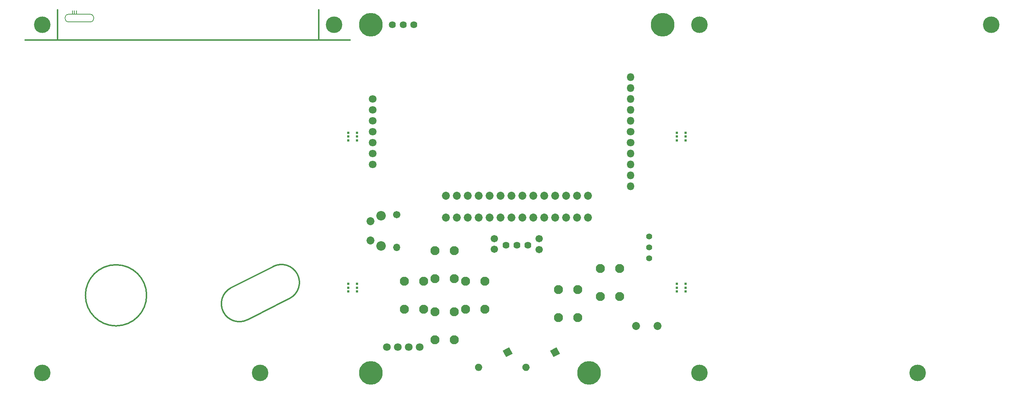
<source format=gbr>
G04 #@! TF.GenerationSoftware,KiCad,Pcbnew,(5.1.9-0-10_14)*
G04 #@! TF.CreationDate,2021-02-13T17:47:35-08:00*
G04 #@! TF.ProjectId,system,73797374-656d-42e6-9b69-6361645f7063,1.0-dev2*
G04 #@! TF.SameCoordinates,Original*
G04 #@! TF.FileFunction,Soldermask,Top*
G04 #@! TF.FilePolarity,Negative*
%FSLAX46Y46*%
G04 Gerber Fmt 4.6, Leading zero omitted, Abs format (unit mm)*
G04 Created by KiCad (PCBNEW (5.1.9-0-10_14)) date 2021-02-13 17:47:35*
%MOMM*%
%LPD*%
G01*
G04 APERTURE LIST*
%ADD10C,0.300000*%
%ADD11C,0.150000*%
%ADD12O,1.801600X1.801600*%
%ADD13C,1.801600*%
%ADD14C,2.101600*%
%ADD15C,3.851600*%
%ADD16C,1.851600*%
%ADD17C,1.401600*%
%ADD18C,0.609600*%
%ADD19C,5.501599*%
%ADD20C,5.501600*%
%ADD21C,1.701600*%
%ADD22O,1.701600X1.701600*%
%ADD23C,1.625600*%
%ADD24C,2.201600*%
%ADD25C,1.621600*%
G04 APERTURE END LIST*
D10*
X77141378Y-138760262D02*
G75*
G02*
X73281622Y-131345738I-1929878J3707262D01*
G01*
X83060622Y-126392738D02*
G75*
G02*
X86920378Y-133807262I1929878J-3707262D01*
G01*
X86920378Y-133807262D02*
X77141378Y-138760262D01*
X83060622Y-126392738D02*
X73281622Y-131345738D01*
D11*
X37395000Y-66865500D02*
X37395000Y-67691000D01*
X36895000Y-66865500D02*
X36895000Y-67691000D01*
X36395000Y-66865500D02*
X36395000Y-67691000D01*
X40513000Y-67691000D02*
G75*
G02*
X40513000Y-69469000I0J-889000D01*
G01*
X35560000Y-69469000D02*
G75*
G02*
X35560000Y-67691000I0J889000D01*
G01*
X35560000Y-67691000D02*
X40513000Y-67691000D01*
X40513000Y-69469000D02*
X35560000Y-69469000D01*
D10*
X93654500Y-66675000D02*
X93654500Y-73660000D01*
X32964500Y-66675000D02*
X32964500Y-73660000D01*
X25400000Y-73660000D02*
X100965000Y-73660000D01*
X53657500Y-133096000D02*
G75*
G03*
X53657500Y-133096000I-7112000J0D01*
G01*
X77141378Y-138760262D02*
G75*
G02*
X73281622Y-131345738I-1929878J3707262D01*
G01*
X83060622Y-126392738D02*
G75*
G02*
X86920378Y-133807262I1929878J-3707262D01*
G01*
X86920378Y-133807262D02*
X77141378Y-138760262D01*
X83060622Y-126392738D02*
X73281622Y-131345738D01*
D11*
X37395000Y-66865500D02*
X37395000Y-67691000D01*
X36895000Y-66865500D02*
X36895000Y-67691000D01*
X36395000Y-66865500D02*
X36395000Y-67691000D01*
X40513000Y-67691000D02*
G75*
G02*
X40513000Y-69469000I0J-889000D01*
G01*
X35560000Y-69469000D02*
G75*
G02*
X35560000Y-67691000I0J889000D01*
G01*
X35560000Y-67691000D02*
X40513000Y-67691000D01*
X40513000Y-69469000D02*
X35560000Y-69469000D01*
D10*
X93654500Y-66675000D02*
X93654500Y-73660000D01*
X32964500Y-66675000D02*
X32964500Y-73660000D01*
X25400000Y-73660000D02*
X100965000Y-73660000D01*
X53657500Y-133096000D02*
G75*
G03*
X53657500Y-133096000I-7112000J0D01*
G01*
D12*
X166116000Y-84836000D03*
X166116000Y-100076000D03*
X166116000Y-107696000D03*
X166116000Y-102616000D03*
X166116000Y-105156000D03*
X166116000Y-82296000D03*
D13*
X166116000Y-97536000D03*
D12*
X166116000Y-87376000D03*
X166116000Y-89916000D03*
X166116000Y-92456000D03*
D13*
X166116000Y-94996000D03*
X106200000Y-102616000D03*
X106200000Y-100076000D03*
X106200000Y-97536000D03*
X106200000Y-94996000D03*
X106200000Y-92456000D03*
X106200000Y-89916000D03*
X106200000Y-87376000D03*
D14*
X153852000Y-138303000D03*
X149352000Y-138303000D03*
X153852000Y-131803000D03*
X149352000Y-131803000D03*
X163631000Y-133350000D03*
X159131000Y-133350000D03*
X163631000Y-126850000D03*
X159131000Y-126850000D03*
X125186000Y-129234000D03*
X120686000Y-129234000D03*
X125186000Y-122734000D03*
X120686000Y-122734000D03*
X120686000Y-136958000D03*
X125186000Y-136958000D03*
X120686000Y-143458000D03*
X125186000Y-143458000D03*
X118074000Y-136346000D03*
X113574000Y-136346000D03*
X118074000Y-129846000D03*
X113574000Y-129846000D03*
X127798000Y-129846000D03*
X132298000Y-129846000D03*
X127798000Y-136346000D03*
X132298000Y-136346000D03*
D15*
X249999500Y-70104000D03*
X232854500Y-151130000D03*
X182181500Y-70104000D03*
X182181500Y-151130000D03*
D16*
X156210000Y-109920000D03*
X153670000Y-109920000D03*
X151130000Y-109920000D03*
X148590000Y-109920000D03*
X146050000Y-109920000D03*
X143510000Y-109920000D03*
X140970000Y-109920000D03*
X138430000Y-109920000D03*
X135890000Y-109920000D03*
X133350000Y-109920000D03*
X130810000Y-109920000D03*
X128270000Y-109920000D03*
X125730000Y-109920000D03*
X123190000Y-109920000D03*
X123190000Y-115000000D03*
X125730000Y-115000000D03*
X128270000Y-115000000D03*
X130810000Y-115000000D03*
X133350000Y-115000000D03*
X135890000Y-115000000D03*
X156210000Y-115000000D03*
X153670000Y-115000000D03*
X151130000Y-115000000D03*
X148590000Y-115000000D03*
X146050000Y-115000000D03*
X143510000Y-115000000D03*
X138430000Y-115000000D03*
X140970000Y-115000000D03*
D17*
X170434000Y-121920000D03*
X170434000Y-124460000D03*
X170434000Y-119380000D03*
D15*
X97218500Y-70104000D03*
X80073500Y-151130000D03*
X29400500Y-70104000D03*
X29400500Y-151130000D03*
D18*
X178911000Y-131318000D03*
X178911000Y-130429000D03*
X178911000Y-132207000D03*
X176879000Y-130429000D03*
X176879000Y-131318000D03*
X176879000Y-132207000D03*
X176879000Y-97028000D03*
X176879000Y-96139000D03*
X176879000Y-95250000D03*
X178911000Y-97028000D03*
X178911000Y-95250000D03*
X178911000Y-96139000D03*
X100489000Y-96139000D03*
X100489000Y-97028000D03*
X100489000Y-95250000D03*
X102521000Y-97028000D03*
X102521000Y-96139000D03*
X102521000Y-95250000D03*
X102521000Y-130429000D03*
X102521000Y-131318000D03*
X102521000Y-132207000D03*
X100489000Y-130429000D03*
X100489000Y-132207000D03*
X100489000Y-131318000D03*
D19*
X105791000Y-151130000D03*
X105791000Y-70104000D03*
X156464000Y-151130000D03*
D20*
X173609000Y-70104000D03*
D16*
X172426000Y-140208000D03*
X167426000Y-140208000D03*
D21*
X134493000Y-119888000D03*
X134493000Y-122388000D03*
X144907000Y-119928000D03*
X144907000Y-122428000D03*
G36*
G01*
X142585646Y-149467144D02*
X142585646Y-149467144D01*
G75*
G02*
X142223833Y-150614669I-754669J-392856D01*
G01*
X142223833Y-150614669D01*
G75*
G02*
X141076308Y-150252856I-392856J754669D01*
G01*
X141076308Y-150252856D01*
G75*
G02*
X141438121Y-149105331I754669J392856D01*
G01*
X141438121Y-149105331D01*
G75*
G02*
X142585646Y-149467144I392856J-754669D01*
G01*
G37*
G36*
G01*
X148975270Y-145239011D02*
X149714068Y-146658229D01*
G75*
G02*
X149692465Y-146726746I-45060J-23457D01*
G01*
X148273247Y-147465544D01*
G75*
G02*
X148204730Y-147443941I-23457J45060D01*
G01*
X147465932Y-146024723D01*
G75*
G02*
X147487535Y-145956206I45060J23457D01*
G01*
X148906753Y-145217408D01*
G75*
G02*
X148975270Y-145239011I23457J-45060D01*
G01*
G37*
G36*
G01*
X137954293Y-145239011D02*
X138693091Y-146658229D01*
G75*
G02*
X138671488Y-146726746I-45060J-23457D01*
G01*
X137252270Y-147465544D01*
G75*
G02*
X137183753Y-147443941I-23457J45060D01*
G01*
X136444955Y-146024723D01*
G75*
G02*
X136466558Y-145956206I45060J23457D01*
G01*
X137885776Y-145217408D01*
G75*
G02*
X137954293Y-145239011I23457J-45060D01*
G01*
G37*
G36*
G01*
X131564669Y-149467144D02*
X131564669Y-149467144D01*
G75*
G02*
X131202856Y-150614669I-754669J-392856D01*
G01*
X131202856Y-150614669D01*
G75*
G02*
X130055331Y-150252856I-392856J754669D01*
G01*
X130055331Y-150252856D01*
G75*
G02*
X130417144Y-149105331I754669J392856D01*
G01*
X130417144Y-149105331D01*
G75*
G02*
X131564669Y-149467144I392856J-754669D01*
G01*
G37*
X111760000Y-114300000D03*
D22*
X111760000Y-121920000D03*
D23*
X110794800Y-70104000D03*
X113284000Y-70104000D03*
X115773200Y-70104000D03*
D24*
X108154000Y-121584000D03*
D16*
X105664000Y-120324000D03*
X105664000Y-115824000D03*
D24*
X108154000Y-114574000D03*
D13*
X114554000Y-145161000D03*
X112014000Y-145161000D03*
X117094000Y-145161000D03*
X109474000Y-145161000D03*
D25*
X137160000Y-121412000D03*
X142240000Y-121412000D03*
X139700000Y-121412000D03*
M02*

</source>
